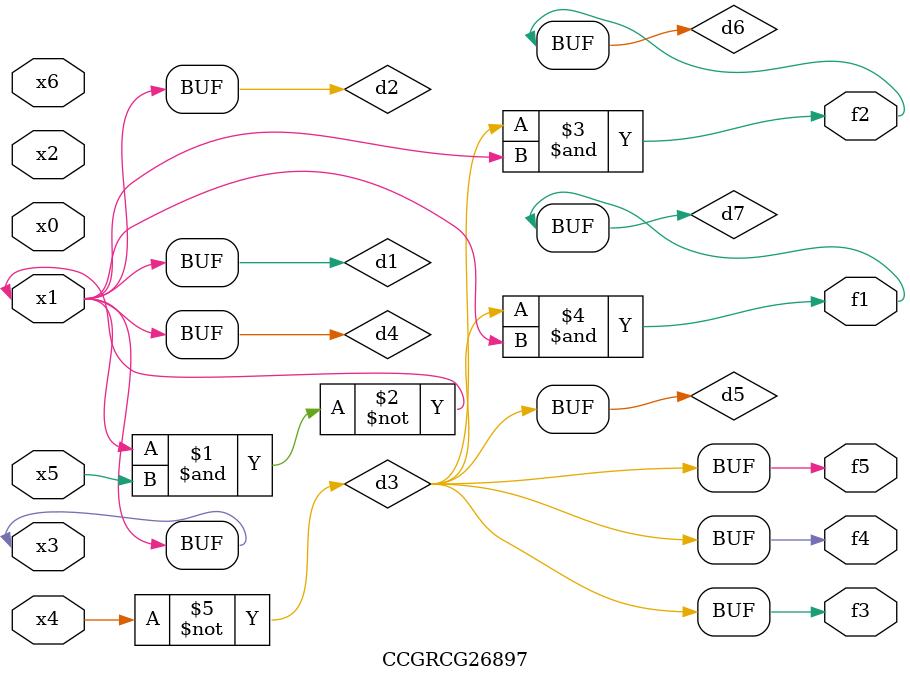
<source format=v>
module CCGRCG26897(
	input x0, x1, x2, x3, x4, x5, x6,
	output f1, f2, f3, f4, f5
);

	wire d1, d2, d3, d4, d5, d6, d7;

	buf (d1, x1, x3);
	nand (d2, x1, x5);
	not (d3, x4);
	buf (d4, d1, d2);
	buf (d5, d3);
	and (d6, d3, d4);
	and (d7, d3, d4);
	assign f1 = d7;
	assign f2 = d6;
	assign f3 = d5;
	assign f4 = d5;
	assign f5 = d5;
endmodule

</source>
